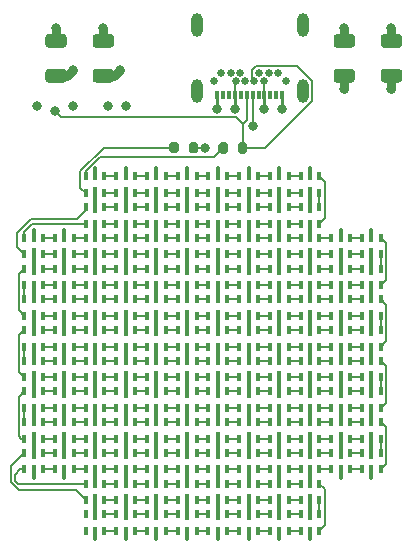
<source format=gbr>
G04 #@! TF.GenerationSoftware,KiCad,Pcbnew,(5.1.9-0-10_14)*
G04 #@! TF.CreationDate,2022-03-05T13:35:39-08:00*
G04 #@! TF.ProjectId,LED_array,4c45445f-6172-4726-9179-2e6b69636164,rev?*
G04 #@! TF.SameCoordinates,Original*
G04 #@! TF.FileFunction,Copper,L1,Top*
G04 #@! TF.FilePolarity,Positive*
%FSLAX46Y46*%
G04 Gerber Fmt 4.6, Leading zero omitted, Abs format (unit mm)*
G04 Created by KiCad (PCBNEW (5.1.9-0-10_14)) date 2022-03-05 13:35:39*
%MOMM*%
%LPD*%
G01*
G04 APERTURE LIST*
G04 #@! TA.AperFunction,SMDPad,CuDef*
%ADD10R,0.350000X0.700000*%
G04 #@! TD*
G04 #@! TA.AperFunction,ComponentPad*
%ADD11C,0.650000*%
G04 #@! TD*
G04 #@! TA.AperFunction,ComponentPad*
%ADD12O,1.000000X2.000000*%
G04 #@! TD*
G04 #@! TA.AperFunction,SMDPad,CuDef*
%ADD13R,0.450000X0.850000*%
G04 #@! TD*
G04 #@! TA.AperFunction,SMDPad,CuDef*
%ADD14R,0.450000X0.650000*%
G04 #@! TD*
G04 #@! TA.AperFunction,ViaPad*
%ADD15C,0.800000*%
G04 #@! TD*
G04 #@! TA.AperFunction,ViaPad*
%ADD16C,0.400000*%
G04 #@! TD*
G04 #@! TA.AperFunction,Conductor*
%ADD17C,0.300000*%
G04 #@! TD*
G04 #@! TA.AperFunction,Conductor*
%ADD18C,0.800000*%
G04 #@! TD*
G04 #@! TA.AperFunction,Conductor*
%ADD19C,0.250000*%
G04 #@! TD*
G04 #@! TA.AperFunction,Conductor*
%ADD20C,0.150000*%
G04 #@! TD*
G04 #@! TA.AperFunction,Conductor*
%ADD21C,0.200000*%
G04 #@! TD*
G04 #@! TA.AperFunction,Conductor*
%ADD22C,0.127000*%
G04 #@! TD*
G04 APERTURE END LIST*
D10*
X66750000Y-28070000D03*
X66250000Y-28070000D03*
X65750000Y-28070000D03*
X65250000Y-28070000D03*
X64750000Y-28070000D03*
X64250000Y-28070000D03*
X63750000Y-28070000D03*
X63250000Y-28070000D03*
X62750000Y-28070000D03*
X62250000Y-28070000D03*
X61750000Y-28070000D03*
X61250000Y-28070000D03*
D11*
X60950000Y-26950000D03*
X61600000Y-26250000D03*
X62400000Y-26250000D03*
X62800000Y-26950000D03*
X63200000Y-26250000D03*
X63600000Y-26950000D03*
X64400000Y-26950000D03*
X64800000Y-26250000D03*
X65200000Y-26950000D03*
X65600000Y-26250000D03*
X66400000Y-26250000D03*
X67050000Y-26950000D03*
D12*
X68500000Y-27750000D03*
X59500000Y-27750000D03*
X68500000Y-22150000D03*
X59500000Y-22150000D03*
D13*
X69100000Y-63700000D03*
D14*
X68300000Y-63600000D03*
X69900000Y-63600000D03*
X69100000Y-65000000D03*
X68300000Y-65000000D03*
X69900000Y-65000000D03*
D13*
X50900000Y-36300000D03*
D14*
X51700000Y-36400000D03*
X50100000Y-36400000D03*
X50900000Y-35000000D03*
X51700000Y-35000000D03*
X50100000Y-35000000D03*
D13*
X53500000Y-36300000D03*
D14*
X54300000Y-36400000D03*
X52700000Y-36400000D03*
X53500000Y-35000000D03*
X54300000Y-35000000D03*
X52700000Y-35000000D03*
D13*
X56100000Y-36300000D03*
D14*
X56900000Y-36400000D03*
X55300000Y-36400000D03*
X56100000Y-35000000D03*
X56900000Y-35000000D03*
X55300000Y-35000000D03*
D13*
X58700000Y-36300000D03*
D14*
X59500000Y-36400000D03*
X57900000Y-36400000D03*
X58700000Y-35000000D03*
X59500000Y-35000000D03*
X57900000Y-35000000D03*
D13*
X61300000Y-36300000D03*
D14*
X62100000Y-36400000D03*
X60500000Y-36400000D03*
X61300000Y-35000000D03*
X62100000Y-35000000D03*
X60500000Y-35000000D03*
D13*
X63900000Y-36300000D03*
D14*
X64700000Y-36400000D03*
X63100000Y-36400000D03*
X63900000Y-35000000D03*
X64700000Y-35000000D03*
X63100000Y-35000000D03*
D13*
X66500000Y-36300000D03*
D14*
X67300000Y-36400000D03*
X65700000Y-36400000D03*
X66500000Y-35000000D03*
X67300000Y-35000000D03*
X65700000Y-35000000D03*
D13*
X69100000Y-36300000D03*
D14*
X69900000Y-36400000D03*
X68300000Y-36400000D03*
X69100000Y-35000000D03*
X69900000Y-35000000D03*
X68300000Y-35000000D03*
D13*
X69100000Y-37700000D03*
D14*
X68300000Y-37600000D03*
X69900000Y-37600000D03*
X69100000Y-39000000D03*
X68300000Y-39000000D03*
X69900000Y-39000000D03*
D13*
X66500000Y-37700000D03*
D14*
X65700000Y-37600000D03*
X67300000Y-37600000D03*
X66500000Y-39000000D03*
X65700000Y-39000000D03*
X67300000Y-39000000D03*
D13*
X63900000Y-37700000D03*
D14*
X63100000Y-37600000D03*
X64700000Y-37600000D03*
X63900000Y-39000000D03*
X63100000Y-39000000D03*
X64700000Y-39000000D03*
D13*
X61300000Y-37700000D03*
D14*
X60500000Y-37600000D03*
X62100000Y-37600000D03*
X61300000Y-39000000D03*
X60500000Y-39000000D03*
X62100000Y-39000000D03*
D13*
X58700000Y-37700000D03*
D14*
X57900000Y-37600000D03*
X59500000Y-37600000D03*
X58700000Y-39000000D03*
X57900000Y-39000000D03*
X59500000Y-39000000D03*
D13*
X56100000Y-37700000D03*
D14*
X55300000Y-37600000D03*
X56900000Y-37600000D03*
X56100000Y-39000000D03*
X55300000Y-39000000D03*
X56900000Y-39000000D03*
D13*
X53500000Y-37700000D03*
D14*
X52700000Y-37600000D03*
X54300000Y-37600000D03*
X53500000Y-39000000D03*
X52700000Y-39000000D03*
X54300000Y-39000000D03*
D13*
X50900000Y-37700000D03*
D14*
X50100000Y-37600000D03*
X51700000Y-37600000D03*
X50900000Y-39000000D03*
X50100000Y-39000000D03*
X51700000Y-39000000D03*
D13*
X45700000Y-41500000D03*
D14*
X46500000Y-41600000D03*
X44900000Y-41600000D03*
X45700000Y-40200000D03*
X46500000Y-40200000D03*
X44900000Y-40200000D03*
D13*
X48300000Y-41500000D03*
D14*
X49100000Y-41600000D03*
X47500000Y-41600000D03*
X48300000Y-40200000D03*
X49100000Y-40200000D03*
X47500000Y-40200000D03*
D13*
X50900000Y-41500000D03*
D14*
X51700000Y-41600000D03*
X50100000Y-41600000D03*
X50900000Y-40200000D03*
X51700000Y-40200000D03*
X50100000Y-40200000D03*
D13*
X53500000Y-41500000D03*
D14*
X54300000Y-41600000D03*
X52700000Y-41600000D03*
X53500000Y-40200000D03*
X54300000Y-40200000D03*
X52700000Y-40200000D03*
D13*
X56100000Y-41500000D03*
D14*
X56900000Y-41600000D03*
X55300000Y-41600000D03*
X56100000Y-40200000D03*
X56900000Y-40200000D03*
X55300000Y-40200000D03*
D13*
X58700000Y-41500000D03*
D14*
X59500000Y-41600000D03*
X57900000Y-41600000D03*
X58700000Y-40200000D03*
X59500000Y-40200000D03*
X57900000Y-40200000D03*
D13*
X61300000Y-41500000D03*
D14*
X62100000Y-41600000D03*
X60500000Y-41600000D03*
X61300000Y-40200000D03*
X62100000Y-40200000D03*
X60500000Y-40200000D03*
D13*
X63900000Y-41500000D03*
D14*
X64700000Y-41600000D03*
X63100000Y-41600000D03*
X63900000Y-40200000D03*
X64700000Y-40200000D03*
X63100000Y-40200000D03*
D13*
X66500000Y-41500000D03*
D14*
X67300000Y-41600000D03*
X65700000Y-41600000D03*
X66500000Y-40200000D03*
X67300000Y-40200000D03*
X65700000Y-40200000D03*
D13*
X69100000Y-41500000D03*
D14*
X69900000Y-41600000D03*
X68300000Y-41600000D03*
X69100000Y-40200000D03*
X69900000Y-40200000D03*
X68300000Y-40200000D03*
D13*
X71700000Y-41500000D03*
D14*
X72500000Y-41600000D03*
X70900000Y-41600000D03*
X71700000Y-40200000D03*
X72500000Y-40200000D03*
X70900000Y-40200000D03*
D13*
X74300000Y-41500000D03*
D14*
X75100000Y-41600000D03*
X73500000Y-41600000D03*
X74300000Y-40200000D03*
X75100000Y-40200000D03*
X73500000Y-40200000D03*
D13*
X74300000Y-42900000D03*
D14*
X73500000Y-42800000D03*
X75100000Y-42800000D03*
X74300000Y-44200000D03*
X73500000Y-44200000D03*
X75100000Y-44200000D03*
D13*
X71700000Y-42900000D03*
D14*
X70900000Y-42800000D03*
X72500000Y-42800000D03*
X71700000Y-44200000D03*
X70900000Y-44200000D03*
X72500000Y-44200000D03*
D13*
X69100000Y-42900000D03*
D14*
X68300000Y-42800000D03*
X69900000Y-42800000D03*
X69100000Y-44200000D03*
X68300000Y-44200000D03*
X69900000Y-44200000D03*
D13*
X66500000Y-42900000D03*
D14*
X65700000Y-42800000D03*
X67300000Y-42800000D03*
X66500000Y-44200000D03*
X65700000Y-44200000D03*
X67300000Y-44200000D03*
D13*
X63900000Y-42900000D03*
D14*
X63100000Y-42800000D03*
X64700000Y-42800000D03*
X63900000Y-44200000D03*
X63100000Y-44200000D03*
X64700000Y-44200000D03*
D13*
X61300000Y-42900000D03*
D14*
X60500000Y-42800000D03*
X62100000Y-42800000D03*
X61300000Y-44200000D03*
X60500000Y-44200000D03*
X62100000Y-44200000D03*
D13*
X58700000Y-42900000D03*
D14*
X57900000Y-42800000D03*
X59500000Y-42800000D03*
X58700000Y-44200000D03*
X57900000Y-44200000D03*
X59500000Y-44200000D03*
D13*
X56100000Y-42900000D03*
D14*
X55300000Y-42800000D03*
X56900000Y-42800000D03*
X56100000Y-44200000D03*
X55300000Y-44200000D03*
X56900000Y-44200000D03*
D13*
X53500000Y-42900000D03*
D14*
X52700000Y-42800000D03*
X54300000Y-42800000D03*
X53500000Y-44200000D03*
X52700000Y-44200000D03*
X54300000Y-44200000D03*
D13*
X50900000Y-42900000D03*
D14*
X50100000Y-42800000D03*
X51700000Y-42800000D03*
X50900000Y-44200000D03*
X50100000Y-44200000D03*
X51700000Y-44200000D03*
D13*
X48300000Y-42900000D03*
D14*
X47500000Y-42800000D03*
X49100000Y-42800000D03*
X48300000Y-44200000D03*
X47500000Y-44200000D03*
X49100000Y-44200000D03*
D13*
X45700000Y-42900000D03*
D14*
X44900000Y-42800000D03*
X46500000Y-42800000D03*
X45700000Y-44200000D03*
X44900000Y-44200000D03*
X46500000Y-44200000D03*
D13*
X45700000Y-46700000D03*
D14*
X46500000Y-46800000D03*
X44900000Y-46800000D03*
X45700000Y-45400000D03*
X46500000Y-45400000D03*
X44900000Y-45400000D03*
D13*
X48300000Y-46700000D03*
D14*
X49100000Y-46800000D03*
X47500000Y-46800000D03*
X48300000Y-45400000D03*
X49100000Y-45400000D03*
X47500000Y-45400000D03*
D13*
X50900000Y-46700000D03*
D14*
X51700000Y-46800000D03*
X50100000Y-46800000D03*
X50900000Y-45400000D03*
X51700000Y-45400000D03*
X50100000Y-45400000D03*
D13*
X53500000Y-46700000D03*
D14*
X54300000Y-46800000D03*
X52700000Y-46800000D03*
X53500000Y-45400000D03*
X54300000Y-45400000D03*
X52700000Y-45400000D03*
D13*
X56100000Y-46700000D03*
D14*
X56900000Y-46800000D03*
X55300000Y-46800000D03*
X56100000Y-45400000D03*
X56900000Y-45400000D03*
X55300000Y-45400000D03*
D13*
X58700000Y-46700000D03*
D14*
X59500000Y-46800000D03*
X57900000Y-46800000D03*
X58700000Y-45400000D03*
X59500000Y-45400000D03*
X57900000Y-45400000D03*
D13*
X61300000Y-46700000D03*
D14*
X62100000Y-46800000D03*
X60500000Y-46800000D03*
X61300000Y-45400000D03*
X62100000Y-45400000D03*
X60500000Y-45400000D03*
D13*
X63900000Y-46700000D03*
D14*
X64700000Y-46800000D03*
X63100000Y-46800000D03*
X63900000Y-45400000D03*
X64700000Y-45400000D03*
X63100000Y-45400000D03*
D13*
X66500000Y-46700000D03*
D14*
X67300000Y-46800000D03*
X65700000Y-46800000D03*
X66500000Y-45400000D03*
X67300000Y-45400000D03*
X65700000Y-45400000D03*
D13*
X69100000Y-46700000D03*
D14*
X69900000Y-46800000D03*
X68300000Y-46800000D03*
X69100000Y-45400000D03*
X69900000Y-45400000D03*
X68300000Y-45400000D03*
D13*
X71700000Y-46700000D03*
D14*
X72500000Y-46800000D03*
X70900000Y-46800000D03*
X71700000Y-45400000D03*
X72500000Y-45400000D03*
X70900000Y-45400000D03*
D13*
X74300000Y-46700000D03*
D14*
X75100000Y-46800000D03*
X73500000Y-46800000D03*
X74300000Y-45400000D03*
X75100000Y-45400000D03*
X73500000Y-45400000D03*
D13*
X74300000Y-48100000D03*
D14*
X73500000Y-48000000D03*
X75100000Y-48000000D03*
X74300000Y-49400000D03*
X73500000Y-49400000D03*
X75100000Y-49400000D03*
D13*
X71700000Y-48100000D03*
D14*
X70900000Y-48000000D03*
X72500000Y-48000000D03*
X71700000Y-49400000D03*
X70900000Y-49400000D03*
X72500000Y-49400000D03*
D13*
X69100000Y-48100000D03*
D14*
X68300000Y-48000000D03*
X69900000Y-48000000D03*
X69100000Y-49400000D03*
X68300000Y-49400000D03*
X69900000Y-49400000D03*
D13*
X66500000Y-48100000D03*
D14*
X65700000Y-48000000D03*
X67300000Y-48000000D03*
X66500000Y-49400000D03*
X65700000Y-49400000D03*
X67300000Y-49400000D03*
D13*
X63900000Y-48100000D03*
D14*
X63100000Y-48000000D03*
X64700000Y-48000000D03*
X63900000Y-49400000D03*
X63100000Y-49400000D03*
X64700000Y-49400000D03*
D13*
X61300000Y-48100000D03*
D14*
X60500000Y-48000000D03*
X62100000Y-48000000D03*
X61300000Y-49400000D03*
X60500000Y-49400000D03*
X62100000Y-49400000D03*
D13*
X58700000Y-48100000D03*
D14*
X57900000Y-48000000D03*
X59500000Y-48000000D03*
X58700000Y-49400000D03*
X57900000Y-49400000D03*
X59500000Y-49400000D03*
D13*
X56100000Y-48100000D03*
D14*
X55300000Y-48000000D03*
X56900000Y-48000000D03*
X56100000Y-49400000D03*
X55300000Y-49400000D03*
X56900000Y-49400000D03*
D13*
X53500000Y-48100000D03*
D14*
X52700000Y-48000000D03*
X54300000Y-48000000D03*
X53500000Y-49400000D03*
X52700000Y-49400000D03*
X54300000Y-49400000D03*
D13*
X50900000Y-48100000D03*
D14*
X50100000Y-48000000D03*
X51700000Y-48000000D03*
X50900000Y-49400000D03*
X50100000Y-49400000D03*
X51700000Y-49400000D03*
D13*
X48300000Y-48100000D03*
D14*
X47500000Y-48000000D03*
X49100000Y-48000000D03*
X48300000Y-49400000D03*
X47500000Y-49400000D03*
X49100000Y-49400000D03*
D13*
X45700000Y-48100000D03*
D14*
X44900000Y-48000000D03*
X46500000Y-48000000D03*
X45700000Y-49400000D03*
X44900000Y-49400000D03*
X46500000Y-49400000D03*
D13*
X45700000Y-51900000D03*
D14*
X46500000Y-52000000D03*
X44900000Y-52000000D03*
X45700000Y-50600000D03*
X46500000Y-50600000D03*
X44900000Y-50600000D03*
D13*
X48300000Y-51900000D03*
D14*
X49100000Y-52000000D03*
X47500000Y-52000000D03*
X48300000Y-50600000D03*
X49100000Y-50600000D03*
X47500000Y-50600000D03*
D13*
X50900000Y-51900000D03*
D14*
X51700000Y-52000000D03*
X50100000Y-52000000D03*
X50900000Y-50600000D03*
X51700000Y-50600000D03*
X50100000Y-50600000D03*
D13*
X53500000Y-51900000D03*
D14*
X54300000Y-52000000D03*
X52700000Y-52000000D03*
X53500000Y-50600000D03*
X54300000Y-50600000D03*
X52700000Y-50600000D03*
D13*
X56100000Y-51900000D03*
D14*
X56900000Y-52000000D03*
X55300000Y-52000000D03*
X56100000Y-50600000D03*
X56900000Y-50600000D03*
X55300000Y-50600000D03*
D13*
X58700000Y-51900000D03*
D14*
X59500000Y-52000000D03*
X57900000Y-52000000D03*
X58700000Y-50600000D03*
X59500000Y-50600000D03*
X57900000Y-50600000D03*
D13*
X61300000Y-51900000D03*
D14*
X62100000Y-52000000D03*
X60500000Y-52000000D03*
X61300000Y-50600000D03*
X62100000Y-50600000D03*
X60500000Y-50600000D03*
D13*
X63900000Y-51900000D03*
D14*
X64700000Y-52000000D03*
X63100000Y-52000000D03*
X63900000Y-50600000D03*
X64700000Y-50600000D03*
X63100000Y-50600000D03*
D13*
X66500000Y-51900000D03*
D14*
X67300000Y-52000000D03*
X65700000Y-52000000D03*
X66500000Y-50600000D03*
X67300000Y-50600000D03*
X65700000Y-50600000D03*
D13*
X69100000Y-51900000D03*
D14*
X69900000Y-52000000D03*
X68300000Y-52000000D03*
X69100000Y-50600000D03*
X69900000Y-50600000D03*
X68300000Y-50600000D03*
D13*
X71700000Y-51900000D03*
D14*
X72500000Y-52000000D03*
X70900000Y-52000000D03*
X71700000Y-50600000D03*
X72500000Y-50600000D03*
X70900000Y-50600000D03*
D13*
X74300000Y-51900000D03*
D14*
X75100000Y-52000000D03*
X73500000Y-52000000D03*
X74300000Y-50600000D03*
X75100000Y-50600000D03*
X73500000Y-50600000D03*
D13*
X74300000Y-53300000D03*
D14*
X73500000Y-53200000D03*
X75100000Y-53200000D03*
X74300000Y-54600000D03*
X73500000Y-54600000D03*
X75100000Y-54600000D03*
D13*
X71700000Y-53300000D03*
D14*
X70900000Y-53200000D03*
X72500000Y-53200000D03*
X71700000Y-54600000D03*
X70900000Y-54600000D03*
X72500000Y-54600000D03*
D13*
X69100000Y-53300000D03*
D14*
X68300000Y-53200000D03*
X69900000Y-53200000D03*
X69100000Y-54600000D03*
X68300000Y-54600000D03*
X69900000Y-54600000D03*
D13*
X66500000Y-53300000D03*
D14*
X65700000Y-53200000D03*
X67300000Y-53200000D03*
X66500000Y-54600000D03*
X65700000Y-54600000D03*
X67300000Y-54600000D03*
D13*
X63900000Y-53300000D03*
D14*
X63100000Y-53200000D03*
X64700000Y-53200000D03*
X63900000Y-54600000D03*
X63100000Y-54600000D03*
X64700000Y-54600000D03*
D13*
X61300000Y-53300000D03*
D14*
X60500000Y-53200000D03*
X62100000Y-53200000D03*
X61300000Y-54600000D03*
X60500000Y-54600000D03*
X62100000Y-54600000D03*
D13*
X58700000Y-53300000D03*
D14*
X57900000Y-53200000D03*
X59500000Y-53200000D03*
X58700000Y-54600000D03*
X57900000Y-54600000D03*
X59500000Y-54600000D03*
D13*
X56100000Y-53300000D03*
D14*
X55300000Y-53200000D03*
X56900000Y-53200000D03*
X56100000Y-54600000D03*
X55300000Y-54600000D03*
X56900000Y-54600000D03*
D13*
X53500000Y-53300000D03*
D14*
X52700000Y-53200000D03*
X54300000Y-53200000D03*
X53500000Y-54600000D03*
X52700000Y-54600000D03*
X54300000Y-54600000D03*
D13*
X50900000Y-53300000D03*
D14*
X50100000Y-53200000D03*
X51700000Y-53200000D03*
X50900000Y-54600000D03*
X50100000Y-54600000D03*
X51700000Y-54600000D03*
D13*
X48300000Y-53300000D03*
D14*
X47500000Y-53200000D03*
X49100000Y-53200000D03*
X48300000Y-54600000D03*
X47500000Y-54600000D03*
X49100000Y-54600000D03*
D13*
X45700000Y-53300000D03*
D14*
X44900000Y-53200000D03*
X46500000Y-53200000D03*
X45700000Y-54600000D03*
X44900000Y-54600000D03*
X46500000Y-54600000D03*
D13*
X45700000Y-57100000D03*
D14*
X46500000Y-57200000D03*
X44900000Y-57200000D03*
X45700000Y-55800000D03*
X46500000Y-55800000D03*
X44900000Y-55800000D03*
D13*
X48300000Y-57100000D03*
D14*
X49100000Y-57200000D03*
X47500000Y-57200000D03*
X48300000Y-55800000D03*
X49100000Y-55800000D03*
X47500000Y-55800000D03*
D13*
X50900000Y-57100000D03*
D14*
X51700000Y-57200000D03*
X50100000Y-57200000D03*
X50900000Y-55800000D03*
X51700000Y-55800000D03*
X50100000Y-55800000D03*
D13*
X53500000Y-57100000D03*
D14*
X54300000Y-57200000D03*
X52700000Y-57200000D03*
X53500000Y-55800000D03*
X54300000Y-55800000D03*
X52700000Y-55800000D03*
D13*
X56100000Y-57100000D03*
D14*
X56900000Y-57200000D03*
X55300000Y-57200000D03*
X56100000Y-55800000D03*
X56900000Y-55800000D03*
X55300000Y-55800000D03*
D13*
X58700000Y-57100000D03*
D14*
X59500000Y-57200000D03*
X57900000Y-57200000D03*
X58700000Y-55800000D03*
X59500000Y-55800000D03*
X57900000Y-55800000D03*
D13*
X61300000Y-57100000D03*
D14*
X62100000Y-57200000D03*
X60500000Y-57200000D03*
X61300000Y-55800000D03*
X62100000Y-55800000D03*
X60500000Y-55800000D03*
D13*
X63900000Y-57100000D03*
D14*
X64700000Y-57200000D03*
X63100000Y-57200000D03*
X63900000Y-55800000D03*
X64700000Y-55800000D03*
X63100000Y-55800000D03*
D13*
X66500000Y-57100000D03*
D14*
X67300000Y-57200000D03*
X65700000Y-57200000D03*
X66500000Y-55800000D03*
X67300000Y-55800000D03*
X65700000Y-55800000D03*
D13*
X69100000Y-57100000D03*
D14*
X69900000Y-57200000D03*
X68300000Y-57200000D03*
X69100000Y-55800000D03*
X69900000Y-55800000D03*
X68300000Y-55800000D03*
D13*
X71700000Y-57100000D03*
D14*
X72500000Y-57200000D03*
X70900000Y-57200000D03*
X71700000Y-55800000D03*
X72500000Y-55800000D03*
X70900000Y-55800000D03*
D13*
X74300000Y-57100000D03*
D14*
X75100000Y-57200000D03*
X73500000Y-57200000D03*
X74300000Y-55800000D03*
X75100000Y-55800000D03*
X73500000Y-55800000D03*
D13*
X74300000Y-58500000D03*
D14*
X73500000Y-58400000D03*
X75100000Y-58400000D03*
X74300000Y-59800000D03*
X73500000Y-59800000D03*
X75100000Y-59800000D03*
D13*
X71700000Y-58500000D03*
D14*
X70900000Y-58400000D03*
X72500000Y-58400000D03*
X71700000Y-59800000D03*
X70900000Y-59800000D03*
X72500000Y-59800000D03*
D13*
X69100000Y-58500000D03*
D14*
X68300000Y-58400000D03*
X69900000Y-58400000D03*
X69100000Y-59800000D03*
X68300000Y-59800000D03*
X69900000Y-59800000D03*
D13*
X66500000Y-58500000D03*
D14*
X65700000Y-58400000D03*
X67300000Y-58400000D03*
X66500000Y-59800000D03*
X65700000Y-59800000D03*
X67300000Y-59800000D03*
D13*
X63900000Y-58500000D03*
D14*
X63100000Y-58400000D03*
X64700000Y-58400000D03*
X63900000Y-59800000D03*
X63100000Y-59800000D03*
X64700000Y-59800000D03*
D13*
X61300000Y-58500000D03*
D14*
X60500000Y-58400000D03*
X62100000Y-58400000D03*
X61300000Y-59800000D03*
X60500000Y-59800000D03*
X62100000Y-59800000D03*
D13*
X58700000Y-58500000D03*
D14*
X57900000Y-58400000D03*
X59500000Y-58400000D03*
X58700000Y-59800000D03*
X57900000Y-59800000D03*
X59500000Y-59800000D03*
D13*
X56100000Y-58500000D03*
D14*
X55300000Y-58400000D03*
X56900000Y-58400000D03*
X56100000Y-59800000D03*
X55300000Y-59800000D03*
X56900000Y-59800000D03*
D13*
X53500000Y-58500000D03*
D14*
X52700000Y-58400000D03*
X54300000Y-58400000D03*
X53500000Y-59800000D03*
X52700000Y-59800000D03*
X54300000Y-59800000D03*
D13*
X50900000Y-58500000D03*
D14*
X50100000Y-58400000D03*
X51700000Y-58400000D03*
X50900000Y-59800000D03*
X50100000Y-59800000D03*
X51700000Y-59800000D03*
D13*
X48300000Y-58500000D03*
D14*
X47500000Y-58400000D03*
X49100000Y-58400000D03*
X48300000Y-59800000D03*
X47500000Y-59800000D03*
X49100000Y-59800000D03*
D13*
X45700000Y-58500000D03*
D14*
X44900000Y-58400000D03*
X46500000Y-58400000D03*
X45700000Y-59800000D03*
X44900000Y-59800000D03*
X46500000Y-59800000D03*
D13*
X50900000Y-62300000D03*
D14*
X51700000Y-62400000D03*
X50100000Y-62400000D03*
X50900000Y-61000000D03*
X51700000Y-61000000D03*
X50100000Y-61000000D03*
D13*
X53500000Y-62300000D03*
D14*
X54300000Y-62400000D03*
X52700000Y-62400000D03*
X53500000Y-61000000D03*
X54300000Y-61000000D03*
X52700000Y-61000000D03*
D13*
X56100000Y-62300000D03*
D14*
X56900000Y-62400000D03*
X55300000Y-62400000D03*
X56100000Y-61000000D03*
X56900000Y-61000000D03*
X55300000Y-61000000D03*
D13*
X58700000Y-62300000D03*
D14*
X59500000Y-62400000D03*
X57900000Y-62400000D03*
X58700000Y-61000000D03*
X59500000Y-61000000D03*
X57900000Y-61000000D03*
D13*
X61300000Y-62300000D03*
D14*
X62100000Y-62400000D03*
X60500000Y-62400000D03*
X61300000Y-61000000D03*
X62100000Y-61000000D03*
X60500000Y-61000000D03*
D13*
X63900000Y-62300000D03*
D14*
X64700000Y-62400000D03*
X63100000Y-62400000D03*
X63900000Y-61000000D03*
X64700000Y-61000000D03*
X63100000Y-61000000D03*
D13*
X66500000Y-62300000D03*
D14*
X67300000Y-62400000D03*
X65700000Y-62400000D03*
X66500000Y-61000000D03*
X67300000Y-61000000D03*
X65700000Y-61000000D03*
D13*
X69100000Y-62300000D03*
D14*
X69900000Y-62400000D03*
X68300000Y-62400000D03*
X69100000Y-61000000D03*
X69900000Y-61000000D03*
X68300000Y-61000000D03*
D13*
X66500000Y-63700000D03*
D14*
X65700000Y-63600000D03*
X67300000Y-63600000D03*
X66500000Y-65000000D03*
X65700000Y-65000000D03*
X67300000Y-65000000D03*
D13*
X63900000Y-63700000D03*
D14*
X63100000Y-63600000D03*
X64700000Y-63600000D03*
X63900000Y-65000000D03*
X63100000Y-65000000D03*
X64700000Y-65000000D03*
D13*
X61300000Y-63700000D03*
D14*
X60500000Y-63600000D03*
X62100000Y-63600000D03*
X61300000Y-65000000D03*
X60500000Y-65000000D03*
X62100000Y-65000000D03*
D13*
X58700000Y-63700000D03*
D14*
X57900000Y-63600000D03*
X59500000Y-63600000D03*
X58700000Y-65000000D03*
X57900000Y-65000000D03*
X59500000Y-65000000D03*
D13*
X56100000Y-63700000D03*
D14*
X55300000Y-63600000D03*
X56900000Y-63600000D03*
X56100000Y-65000000D03*
X55300000Y-65000000D03*
X56900000Y-65000000D03*
D13*
X53500000Y-63700000D03*
D14*
X52700000Y-63600000D03*
X54300000Y-63600000D03*
X53500000Y-65000000D03*
X52700000Y-65000000D03*
X54300000Y-65000000D03*
X51700000Y-65000000D03*
X50100000Y-65000000D03*
X50900000Y-65000000D03*
X51700000Y-63600000D03*
X50100000Y-63600000D03*
D13*
X50900000Y-63700000D03*
G04 #@! TA.AperFunction,SMDPad,CuDef*
G36*
G01*
X52250001Y-24100000D02*
X50949999Y-24100000D01*
G75*
G02*
X50700000Y-23850001I0J249999D01*
G01*
X50700000Y-23199999D01*
G75*
G02*
X50949999Y-22950000I249999J0D01*
G01*
X52250001Y-22950000D01*
G75*
G02*
X52500000Y-23199999I0J-249999D01*
G01*
X52500000Y-23850001D01*
G75*
G02*
X52250001Y-24100000I-249999J0D01*
G01*
G37*
G04 #@! TD.AperFunction*
G04 #@! TA.AperFunction,SMDPad,CuDef*
G36*
G01*
X52250001Y-27050000D02*
X50949999Y-27050000D01*
G75*
G02*
X50700000Y-26800001I0J249999D01*
G01*
X50700000Y-26149999D01*
G75*
G02*
X50949999Y-25900000I249999J0D01*
G01*
X52250001Y-25900000D01*
G75*
G02*
X52500000Y-26149999I0J-249999D01*
G01*
X52500000Y-26800001D01*
G75*
G02*
X52250001Y-27050000I-249999J0D01*
G01*
G37*
G04 #@! TD.AperFunction*
G04 #@! TA.AperFunction,SMDPad,CuDef*
G36*
G01*
X76650001Y-24100000D02*
X75349999Y-24100000D01*
G75*
G02*
X75100000Y-23850001I0J249999D01*
G01*
X75100000Y-23199999D01*
G75*
G02*
X75349999Y-22950000I249999J0D01*
G01*
X76650001Y-22950000D01*
G75*
G02*
X76900000Y-23199999I0J-249999D01*
G01*
X76900000Y-23850001D01*
G75*
G02*
X76650001Y-24100000I-249999J0D01*
G01*
G37*
G04 #@! TD.AperFunction*
G04 #@! TA.AperFunction,SMDPad,CuDef*
G36*
G01*
X76650001Y-27050000D02*
X75349999Y-27050000D01*
G75*
G02*
X75100000Y-26800001I0J249999D01*
G01*
X75100000Y-26149999D01*
G75*
G02*
X75349999Y-25900000I249999J0D01*
G01*
X76650001Y-25900000D01*
G75*
G02*
X76900000Y-26149999I0J-249999D01*
G01*
X76900000Y-26800001D01*
G75*
G02*
X76650001Y-27050000I-249999J0D01*
G01*
G37*
G04 #@! TD.AperFunction*
G04 #@! TA.AperFunction,SMDPad,CuDef*
G36*
G01*
X48250001Y-24100000D02*
X46949999Y-24100000D01*
G75*
G02*
X46700000Y-23850001I0J249999D01*
G01*
X46700000Y-23199999D01*
G75*
G02*
X46949999Y-22950000I249999J0D01*
G01*
X48250001Y-22950000D01*
G75*
G02*
X48500000Y-23199999I0J-249999D01*
G01*
X48500000Y-23850001D01*
G75*
G02*
X48250001Y-24100000I-249999J0D01*
G01*
G37*
G04 #@! TD.AperFunction*
G04 #@! TA.AperFunction,SMDPad,CuDef*
G36*
G01*
X48250001Y-27050000D02*
X46949999Y-27050000D01*
G75*
G02*
X46700000Y-26800001I0J249999D01*
G01*
X46700000Y-26149999D01*
G75*
G02*
X46949999Y-25900000I249999J0D01*
G01*
X48250001Y-25900000D01*
G75*
G02*
X48500000Y-26149999I0J-249999D01*
G01*
X48500000Y-26800001D01*
G75*
G02*
X48250001Y-27050000I-249999J0D01*
G01*
G37*
G04 #@! TD.AperFunction*
G04 #@! TA.AperFunction,SMDPad,CuDef*
G36*
G01*
X72650001Y-24100000D02*
X71349999Y-24100000D01*
G75*
G02*
X71100000Y-23850001I0J249999D01*
G01*
X71100000Y-23199999D01*
G75*
G02*
X71349999Y-22950000I249999J0D01*
G01*
X72650001Y-22950000D01*
G75*
G02*
X72900000Y-23199999I0J-249999D01*
G01*
X72900000Y-23850001D01*
G75*
G02*
X72650001Y-24100000I-249999J0D01*
G01*
G37*
G04 #@! TD.AperFunction*
G04 #@! TA.AperFunction,SMDPad,CuDef*
G36*
G01*
X72650001Y-27050000D02*
X71349999Y-27050000D01*
G75*
G02*
X71100000Y-26800001I0J249999D01*
G01*
X71100000Y-26149999D01*
G75*
G02*
X71349999Y-25900000I249999J0D01*
G01*
X72650001Y-25900000D01*
G75*
G02*
X72900000Y-26149999I0J-249999D01*
G01*
X72900000Y-26800001D01*
G75*
G02*
X72650001Y-27050000I-249999J0D01*
G01*
G37*
G04 #@! TD.AperFunction*
G04 #@! TA.AperFunction,SMDPad,CuDef*
G36*
G01*
X63005000Y-32865000D02*
X63005000Y-32315000D01*
G75*
G02*
X63205000Y-32115000I200000J0D01*
G01*
X63605000Y-32115000D01*
G75*
G02*
X63805000Y-32315000I0J-200000D01*
G01*
X63805000Y-32865000D01*
G75*
G02*
X63605000Y-33065000I-200000J0D01*
G01*
X63205000Y-33065000D01*
G75*
G02*
X63005000Y-32865000I0J200000D01*
G01*
G37*
G04 #@! TD.AperFunction*
G04 #@! TA.AperFunction,SMDPad,CuDef*
G36*
G01*
X61355000Y-32865000D02*
X61355000Y-32315000D01*
G75*
G02*
X61555000Y-32115000I200000J0D01*
G01*
X61955000Y-32115000D01*
G75*
G02*
X62155000Y-32315000I0J-200000D01*
G01*
X62155000Y-32865000D01*
G75*
G02*
X61955000Y-33065000I-200000J0D01*
G01*
X61555000Y-33065000D01*
G75*
G02*
X61355000Y-32865000I0J200000D01*
G01*
G37*
G04 #@! TD.AperFunction*
G04 #@! TA.AperFunction,SMDPad,CuDef*
G36*
G01*
X58845000Y-32845000D02*
X58845000Y-32295000D01*
G75*
G02*
X59045000Y-32095000I200000J0D01*
G01*
X59445000Y-32095000D01*
G75*
G02*
X59645000Y-32295000I0J-200000D01*
G01*
X59645000Y-32845000D01*
G75*
G02*
X59445000Y-33045000I-200000J0D01*
G01*
X59045000Y-33045000D01*
G75*
G02*
X58845000Y-32845000I0J200000D01*
G01*
G37*
G04 #@! TD.AperFunction*
G04 #@! TA.AperFunction,SMDPad,CuDef*
G36*
G01*
X57195000Y-32845000D02*
X57195000Y-32295000D01*
G75*
G02*
X57395000Y-32095000I200000J0D01*
G01*
X57795000Y-32095000D01*
G75*
G02*
X57995000Y-32295000I0J-200000D01*
G01*
X57995000Y-32845000D01*
G75*
G02*
X57795000Y-33045000I-200000J0D01*
G01*
X57395000Y-33045000D01*
G75*
G02*
X57195000Y-32845000I0J200000D01*
G01*
G37*
G04 #@! TD.AperFunction*
D15*
X66750000Y-29250000D03*
X76000000Y-22400000D03*
X72000000Y-22400000D03*
X47600000Y-22400000D03*
X51600000Y-22400000D03*
X52000000Y-29000000D03*
X49000000Y-29000000D03*
X46000000Y-29000000D03*
D16*
X71700000Y-39600000D03*
X45700000Y-39600000D03*
X50900000Y-34400000D03*
X53500000Y-34400000D03*
X56100000Y-34400000D03*
X58700000Y-34400000D03*
X61300000Y-34400000D03*
X63900000Y-34400000D03*
X66500000Y-34400000D03*
X69100000Y-34400000D03*
X50900000Y-39600000D03*
X53500000Y-39600000D03*
X56100000Y-39600000D03*
X58700000Y-39600000D03*
X61300000Y-39600000D03*
X63900000Y-39600000D03*
X66500000Y-39600000D03*
X69100000Y-39600000D03*
X50900000Y-44800000D03*
X53500000Y-44800000D03*
X56100000Y-44800000D03*
X58700000Y-44800000D03*
X61300000Y-44800000D03*
X63900000Y-44800000D03*
X66500000Y-44800000D03*
X69100000Y-44800000D03*
X50900000Y-50000000D03*
X53500000Y-50000000D03*
X56100000Y-50000000D03*
X58700000Y-50000000D03*
X61300000Y-50000000D03*
X63900000Y-50000000D03*
X66500000Y-50000000D03*
X69100000Y-50000000D03*
X50900000Y-55200000D03*
X53500000Y-55200000D03*
X56100000Y-55200000D03*
X58700000Y-55200000D03*
X61300000Y-55200000D03*
X63900000Y-55200000D03*
X66500000Y-55200000D03*
X69100000Y-55200000D03*
X50900000Y-60400000D03*
X53500000Y-60400000D03*
X56100000Y-60400000D03*
X58700000Y-60400000D03*
X61300000Y-60400000D03*
X63900000Y-60400000D03*
X66500000Y-60400000D03*
X69100000Y-60400000D03*
X50900000Y-65600000D03*
X53500000Y-65600000D03*
X56100000Y-65600000D03*
X58700000Y-65600000D03*
X61300000Y-65600000D03*
X63900000Y-65600000D03*
X66500000Y-65600000D03*
X69100000Y-65600000D03*
X48300000Y-39600000D03*
X45700000Y-44800000D03*
X48300000Y-44800000D03*
X45700000Y-50000000D03*
X48300000Y-50000000D03*
X45700000Y-55200000D03*
X48300000Y-55200000D03*
X45700000Y-60400000D03*
X48300000Y-60400000D03*
X74300000Y-39600000D03*
X71700000Y-44800000D03*
X74300000Y-44800000D03*
X71700000Y-50000000D03*
X74300000Y-50000000D03*
X71700000Y-55200000D03*
X74300000Y-55200000D03*
X71700000Y-60400000D03*
X74300000Y-60400000D03*
D15*
X61250000Y-29250000D03*
X65250000Y-29250000D03*
X62750000Y-29250000D03*
X53500000Y-29000000D03*
D16*
X71700000Y-42200000D03*
X45700000Y-42200000D03*
X50900000Y-37010000D03*
X53500000Y-37010000D03*
X56100000Y-37010000D03*
X58700000Y-37010000D03*
X61300000Y-37010000D03*
X63900000Y-37010000D03*
X66500000Y-37010000D03*
X69100000Y-37010000D03*
X50900000Y-42210000D03*
X53500000Y-42210000D03*
X56100000Y-42210000D03*
X58700000Y-42210000D03*
X61300000Y-42210000D03*
X63900000Y-42210000D03*
X66500000Y-42210000D03*
X69100000Y-42210000D03*
X50900000Y-47410000D03*
X53500000Y-47410000D03*
X56100000Y-47410000D03*
X58700000Y-47410000D03*
X61300000Y-47410000D03*
X63900000Y-47410000D03*
X66500000Y-47410000D03*
X69100000Y-47410000D03*
X50900000Y-52610000D03*
X53500000Y-52610000D03*
X56100000Y-52610000D03*
X58700000Y-52610000D03*
X61300000Y-52610000D03*
X63900000Y-52610000D03*
X66500000Y-52610000D03*
X69100000Y-52610000D03*
X50900000Y-57810000D03*
X53500000Y-57810000D03*
X56100000Y-57810000D03*
X58700000Y-57810000D03*
X61300000Y-57810000D03*
X63900000Y-57810000D03*
X66500000Y-57810000D03*
X69100000Y-57810000D03*
X50900000Y-63010000D03*
X53500000Y-63010000D03*
X56100000Y-63010000D03*
X58700000Y-63010000D03*
X61300000Y-63010000D03*
X63900000Y-63010000D03*
X66500000Y-63010000D03*
X69100000Y-63010000D03*
X48300000Y-42200000D03*
X45700000Y-47400000D03*
X48300000Y-47400000D03*
X45700000Y-52600000D03*
X48300000Y-52600000D03*
X45700000Y-57800000D03*
X48300000Y-57800000D03*
X74300000Y-42200000D03*
X71700000Y-47400000D03*
X74300000Y-47400000D03*
X71700000Y-52600000D03*
X74300000Y-52600000D03*
X71700000Y-57800000D03*
X74300000Y-57800000D03*
D15*
X76000000Y-27600000D03*
X72000000Y-27600000D03*
X53000000Y-26000000D03*
X49000000Y-26000000D03*
X64250000Y-30750000D03*
X60250000Y-32570000D03*
X47500000Y-29500000D03*
D17*
X50900000Y-34300000D02*
X50900000Y-34300000D01*
X53500000Y-34300000D02*
X53500000Y-35000000D01*
X56100000Y-34300000D02*
X56100000Y-35000000D01*
X58700000Y-34300000D02*
X58700000Y-35000000D01*
X61300000Y-34300000D02*
X61300000Y-35000000D01*
X63900000Y-34300000D02*
X63900000Y-35000000D01*
X66500000Y-34300000D02*
X66500000Y-35000000D01*
X69100000Y-34300000D02*
X69100000Y-35000000D01*
X69100000Y-39000000D02*
X69100000Y-39700000D01*
X66500000Y-39000000D02*
X66500000Y-39700000D01*
X63900000Y-39000000D02*
X63900000Y-39700000D01*
X61300000Y-39000000D02*
X61300000Y-39700000D01*
X58700000Y-39000000D02*
X58700000Y-39700000D01*
X56100000Y-39000000D02*
X56100000Y-39700000D01*
X53500000Y-39000000D02*
X53500000Y-39700000D01*
X50900000Y-39000000D02*
X50900000Y-39700000D01*
X45700000Y-39500000D02*
X45700000Y-40200000D01*
X48300000Y-39500000D02*
X48300000Y-40200000D01*
X50900000Y-39500000D02*
X50900000Y-40200000D01*
X53500000Y-39500000D02*
X53500000Y-40200000D01*
X56100000Y-39500000D02*
X56100000Y-40200000D01*
X58700000Y-39500000D02*
X58700000Y-40200000D01*
X61300000Y-39500000D02*
X61300000Y-40200000D01*
X63900000Y-39500000D02*
X63900000Y-40200000D01*
X66500000Y-39500000D02*
X66500000Y-40200000D01*
X69100000Y-39500000D02*
X69100000Y-40200000D01*
X71700000Y-39500000D02*
X71700000Y-40200000D01*
X74300000Y-39500000D02*
X74300000Y-40200000D01*
X74300000Y-44200000D02*
X74300000Y-44900000D01*
X71700000Y-44200000D02*
X71700000Y-44900000D01*
X69100000Y-44200000D02*
X69100000Y-44900000D01*
X66500000Y-44200000D02*
X66500000Y-44900000D01*
X63900000Y-44200000D02*
X63900000Y-44900000D01*
X61300000Y-44200000D02*
X61300000Y-44900000D01*
X58700000Y-44200000D02*
X58700000Y-44900000D01*
X56100000Y-44200000D02*
X56100000Y-44900000D01*
X53500000Y-44200000D02*
X53500000Y-44900000D01*
X50900000Y-44200000D02*
X50900000Y-44900000D01*
X48300000Y-44200000D02*
X48300000Y-44900000D01*
X45700000Y-44200000D02*
X45700000Y-44900000D01*
X45700000Y-44700000D02*
X45700000Y-45400000D01*
X48300000Y-44700000D02*
X48300000Y-45400000D01*
X50900000Y-44700000D02*
X50900000Y-45400000D01*
X53500000Y-44700000D02*
X53500000Y-45400000D01*
X56100000Y-44700000D02*
X56100000Y-45400000D01*
X58700000Y-44700000D02*
X58700000Y-45400000D01*
X61300000Y-44700000D02*
X61300000Y-45400000D01*
X63900000Y-44700000D02*
X63900000Y-45400000D01*
X66500000Y-44700000D02*
X66500000Y-45400000D01*
X69100000Y-44700000D02*
X69100000Y-45400000D01*
X71700000Y-44700000D02*
X71700000Y-45400000D01*
X74300000Y-44700000D02*
X74300000Y-45400000D01*
X74300000Y-49400000D02*
X74300000Y-50100000D01*
X71700000Y-49400000D02*
X71700000Y-50100000D01*
X69100000Y-49400000D02*
X69100000Y-50100000D01*
X66500000Y-49400000D02*
X66500000Y-50100000D01*
X63900000Y-49400000D02*
X63900000Y-50100000D01*
X61300000Y-49400000D02*
X61300000Y-50100000D01*
X58700000Y-49400000D02*
X58700000Y-50100000D01*
X56100000Y-49400000D02*
X56100000Y-50100000D01*
X53500000Y-49400000D02*
X53500000Y-50100000D01*
X50900000Y-49400000D02*
X50900000Y-50100000D01*
X48300000Y-49400000D02*
X48300000Y-50100000D01*
X45700000Y-49400000D02*
X45700000Y-50100000D01*
X45700000Y-49900000D02*
X45700000Y-50600000D01*
X48300000Y-49900000D02*
X48300000Y-50600000D01*
X50900000Y-49900000D02*
X50900000Y-50600000D01*
X53500000Y-49900000D02*
X53500000Y-50600000D01*
X56100000Y-49900000D02*
X56100000Y-50600000D01*
X58700000Y-49900000D02*
X58700000Y-50600000D01*
X61300000Y-49900000D02*
X61300000Y-50600000D01*
X63900000Y-49900000D02*
X63900000Y-50600000D01*
X66500000Y-49900000D02*
X66500000Y-50600000D01*
X69100000Y-49900000D02*
X69100000Y-50600000D01*
X71700000Y-49900000D02*
X71700000Y-50600000D01*
X74300000Y-49900000D02*
X74300000Y-50600000D01*
X74300000Y-54600000D02*
X74300000Y-55300000D01*
X71700000Y-54600000D02*
X71700000Y-55300000D01*
X69100000Y-54600000D02*
X69100000Y-55300000D01*
X66500000Y-54600000D02*
X66500000Y-55300000D01*
X63900000Y-54600000D02*
X63900000Y-55300000D01*
X61300000Y-54600000D02*
X61300000Y-55300000D01*
X58700000Y-54600000D02*
X58700000Y-55300000D01*
X56100000Y-54600000D02*
X56100000Y-55300000D01*
X53500000Y-54600000D02*
X53500000Y-55300000D01*
X50900000Y-54600000D02*
X50900000Y-55300000D01*
X48300000Y-54600000D02*
X48300000Y-55300000D01*
X45700000Y-54600000D02*
X45700000Y-55300000D01*
X45700000Y-55100000D02*
X45700000Y-55800000D01*
X48300000Y-55100000D02*
X48300000Y-55800000D01*
X50900000Y-55100000D02*
X50900000Y-55800000D01*
X53500000Y-55100000D02*
X53500000Y-55800000D01*
X56100000Y-55100000D02*
X56100000Y-55800000D01*
X58700000Y-55100000D02*
X58700000Y-55800000D01*
X61300000Y-55100000D02*
X61300000Y-55800000D01*
X63900000Y-55100000D02*
X63900000Y-55800000D01*
X66500000Y-55100000D02*
X66500000Y-55800000D01*
X69100000Y-55100000D02*
X69100000Y-55800000D01*
X71700000Y-55100000D02*
X71700000Y-55800000D01*
X74300000Y-55100000D02*
X74300000Y-55800000D01*
X74300000Y-59800000D02*
X74300000Y-60500000D01*
X71700000Y-59800000D02*
X71700000Y-60500000D01*
X69100000Y-59800000D02*
X69100000Y-60500000D01*
X66500000Y-59800000D02*
X66500000Y-60500000D01*
X63900000Y-59800000D02*
X63900000Y-60500000D01*
X61300000Y-59800000D02*
X61300000Y-60500000D01*
X58700000Y-59800000D02*
X58700000Y-60500000D01*
X56100000Y-59800000D02*
X56100000Y-60500000D01*
X53500000Y-59800000D02*
X53500000Y-60500000D01*
X50900000Y-59800000D02*
X50900000Y-60500000D01*
X48300000Y-59800000D02*
X48300000Y-60500000D01*
X45700000Y-59800000D02*
X45700000Y-60500000D01*
X50900000Y-60300000D02*
X50900000Y-61000000D01*
X53500000Y-60300000D02*
X53500000Y-61000000D01*
X56100000Y-60300000D02*
X56100000Y-61000000D01*
X58700000Y-60300000D02*
X58700000Y-61000000D01*
X61300000Y-60300000D02*
X61300000Y-61000000D01*
X63900000Y-60300000D02*
X63900000Y-61000000D01*
X66500000Y-60300000D02*
X66500000Y-61000000D01*
X69100000Y-60300000D02*
X69100000Y-61000000D01*
X69100000Y-65000000D02*
X69100000Y-65700000D01*
X66500000Y-65000000D02*
X66500000Y-65700000D01*
X63900000Y-65000000D02*
X63900000Y-65700000D01*
X61300000Y-65000000D02*
X61300000Y-65700000D01*
X58700000Y-65000000D02*
X58700000Y-65700000D01*
X56100000Y-65000000D02*
X56100000Y-65700000D01*
X53500000Y-65000000D02*
X53500000Y-65700000D01*
X50900000Y-65000000D02*
X50900000Y-65700000D01*
X50900000Y-34300000D02*
X50900000Y-35000000D01*
D18*
X47600000Y-22400000D02*
X47600000Y-23525000D01*
X51600000Y-22400000D02*
X51600000Y-23525000D01*
X72000000Y-22400000D02*
X72000000Y-23525000D01*
X76000000Y-22400000D02*
X76000000Y-23525000D01*
D19*
X61250000Y-28070000D02*
X61250000Y-29250000D01*
X66750000Y-28070000D02*
X66750000Y-29250000D01*
D17*
X50900000Y-36300000D02*
X50900000Y-37100000D01*
X53500000Y-36300000D02*
X53500000Y-37100000D01*
X56100000Y-36300000D02*
X56100000Y-37100000D01*
X58700000Y-36300000D02*
X58700000Y-37100000D01*
X61300000Y-36300000D02*
X61300000Y-37100000D01*
X63900000Y-36300000D02*
X63900000Y-37100000D01*
X66500000Y-36300000D02*
X66500000Y-37100000D01*
X69100000Y-36300000D02*
X69100000Y-37100000D01*
X69100000Y-36900000D02*
X69100000Y-37700000D01*
X66500000Y-36900000D02*
X66500000Y-37700000D01*
X63900000Y-36900000D02*
X63900000Y-37700000D01*
X61300000Y-36900000D02*
X61300000Y-37700000D01*
X58700000Y-36900000D02*
X58700000Y-37700000D01*
X56100000Y-36900000D02*
X56100000Y-37700000D01*
X53500000Y-36900000D02*
X53500000Y-37700000D01*
X50900000Y-36900000D02*
X50900000Y-37700000D01*
X45700000Y-41500000D02*
X45700000Y-42300000D01*
X48300000Y-41500000D02*
X48300000Y-42300000D01*
X50900000Y-41500000D02*
X50900000Y-42300000D01*
X53500000Y-41500000D02*
X53500000Y-42300000D01*
X56100000Y-41500000D02*
X56100000Y-42300000D01*
X58700000Y-41500000D02*
X58700000Y-42300000D01*
X61300000Y-41500000D02*
X61300000Y-42300000D01*
X63900000Y-41500000D02*
X63900000Y-42300000D01*
X66500000Y-41500000D02*
X66500000Y-42300000D01*
X69100000Y-41500000D02*
X69100000Y-42300000D01*
X71700000Y-41500000D02*
X71700000Y-42300000D01*
X74300000Y-41500000D02*
X74300000Y-42300000D01*
X74300000Y-42100000D02*
X74300000Y-42900000D01*
X71700000Y-42100000D02*
X71700000Y-42900000D01*
X69100000Y-42100000D02*
X69100000Y-42900000D01*
X66500000Y-42100000D02*
X66500000Y-42900000D01*
X63900000Y-42100000D02*
X63900000Y-42900000D01*
X61300000Y-42100000D02*
X61300000Y-42900000D01*
X58700000Y-42100000D02*
X58700000Y-42900000D01*
X56100000Y-42100000D02*
X56100000Y-42900000D01*
X53500000Y-42100000D02*
X53500000Y-42900000D01*
X50900000Y-42100000D02*
X50900000Y-42900000D01*
X48300000Y-42100000D02*
X48300000Y-42900000D01*
X45700000Y-42100000D02*
X45700000Y-42900000D01*
X45700000Y-46700000D02*
X45700000Y-47500000D01*
X48300000Y-46700000D02*
X48300000Y-47500000D01*
X50900000Y-46700000D02*
X50900000Y-47500000D01*
X53500000Y-46700000D02*
X53500000Y-47500000D01*
X56100000Y-46700000D02*
X56100000Y-47500000D01*
X58700000Y-46700000D02*
X58700000Y-47500000D01*
X61300000Y-46700000D02*
X61300000Y-47500000D01*
X63900000Y-46700000D02*
X63900000Y-47500000D01*
X66500000Y-46700000D02*
X66500000Y-47500000D01*
X69100000Y-46700000D02*
X69100000Y-47500000D01*
X71700000Y-46700000D02*
X71700000Y-47500000D01*
X74300000Y-46700000D02*
X74300000Y-47500000D01*
X74300000Y-47300000D02*
X74300000Y-48100000D01*
X71700000Y-47300000D02*
X71700000Y-48100000D01*
X69100000Y-47300000D02*
X69100000Y-48100000D01*
X66500000Y-47300000D02*
X66500000Y-48100000D01*
X63900000Y-47300000D02*
X63900000Y-48100000D01*
X61300000Y-47300000D02*
X61300000Y-48100000D01*
X58700000Y-47300000D02*
X58700000Y-48100000D01*
X56100000Y-47300000D02*
X56100000Y-48100000D01*
X53500000Y-47300000D02*
X53500000Y-48100000D01*
X50900000Y-47300000D02*
X50900000Y-48100000D01*
X48300000Y-47300000D02*
X48300000Y-48100000D01*
X45700000Y-47300000D02*
X45700000Y-48100000D01*
X45700000Y-51900000D02*
X45700000Y-52700000D01*
X48300000Y-51900000D02*
X48300000Y-52700000D01*
X50900000Y-51900000D02*
X50900000Y-52700000D01*
X53500000Y-51900000D02*
X53500000Y-52700000D01*
X56100000Y-51900000D02*
X56100000Y-52700000D01*
X58700000Y-51900000D02*
X58700000Y-52700000D01*
X61300000Y-51900000D02*
X61300000Y-52700000D01*
X63900000Y-51900000D02*
X63900000Y-52700000D01*
X66500000Y-51900000D02*
X66500000Y-52700000D01*
X69100000Y-51900000D02*
X69100000Y-52700000D01*
X71700000Y-51900000D02*
X71700000Y-52700000D01*
X74300000Y-51900000D02*
X74300000Y-52700000D01*
X74300000Y-52500000D02*
X74300000Y-53300000D01*
X71700000Y-52500000D02*
X71700000Y-53300000D01*
X69100000Y-52500000D02*
X69100000Y-53300000D01*
X66500000Y-52500000D02*
X66500000Y-53300000D01*
X63900000Y-52500000D02*
X63900000Y-53300000D01*
X61300000Y-52500000D02*
X61300000Y-53300000D01*
X58700000Y-52500000D02*
X58700000Y-53300000D01*
X56100000Y-52500000D02*
X56100000Y-53300000D01*
X53500000Y-52500000D02*
X53500000Y-53300000D01*
X50900000Y-52500000D02*
X50900000Y-53300000D01*
X48300000Y-52500000D02*
X48300000Y-53300000D01*
X45700000Y-52500000D02*
X45700000Y-53300000D01*
X45700000Y-57100000D02*
X45700000Y-57900000D01*
X48300000Y-57100000D02*
X48300000Y-57900000D01*
X50900000Y-57100000D02*
X50900000Y-57900000D01*
X53500000Y-57100000D02*
X53500000Y-57900000D01*
X56100000Y-57100000D02*
X56100000Y-57900000D01*
X58700000Y-57100000D02*
X58700000Y-57900000D01*
X61300000Y-57100000D02*
X61300000Y-57900000D01*
X63900000Y-57100000D02*
X63900000Y-57900000D01*
X66500000Y-57100000D02*
X66500000Y-57900000D01*
X69100000Y-57100000D02*
X69100000Y-57900000D01*
X71700000Y-57100000D02*
X71700000Y-57900000D01*
X74300000Y-57100000D02*
X74300000Y-57900000D01*
X74300000Y-57700000D02*
X74300000Y-58500000D01*
X71700000Y-57700000D02*
X71700000Y-58500000D01*
X69100000Y-57700000D02*
X69100000Y-58500000D01*
X66500000Y-57700000D02*
X66500000Y-58500000D01*
X63900000Y-57700000D02*
X63900000Y-58500000D01*
X61300000Y-57700000D02*
X61300000Y-58500000D01*
X58700000Y-57700000D02*
X58700000Y-58500000D01*
X56100000Y-57700000D02*
X56100000Y-58500000D01*
X53500000Y-57700000D02*
X53500000Y-58500000D01*
X50900000Y-57700000D02*
X50900000Y-58500000D01*
X48300000Y-57700000D02*
X48300000Y-58500000D01*
X45700000Y-57700000D02*
X45700000Y-58500000D01*
X50900000Y-62300000D02*
X50900000Y-63100000D01*
X53500000Y-62300000D02*
X53500000Y-63100000D01*
X56100000Y-62300000D02*
X56100000Y-63100000D01*
X58700000Y-62300000D02*
X58700000Y-63100000D01*
X61300000Y-62300000D02*
X61300000Y-63100000D01*
X63900000Y-62300000D02*
X63900000Y-63100000D01*
X66500000Y-62300000D02*
X66500000Y-63100000D01*
X69100000Y-62300000D02*
X69100000Y-63100000D01*
X69100000Y-62900000D02*
X69100000Y-63700000D01*
X66500000Y-62900000D02*
X66500000Y-63700000D01*
X63900000Y-62900000D02*
X63900000Y-63700000D01*
X61300000Y-62900000D02*
X61300000Y-63700000D01*
X58700000Y-62900000D02*
X58700000Y-63700000D01*
X56100000Y-62900000D02*
X56100000Y-63700000D01*
X53500000Y-62900000D02*
X53500000Y-63700000D01*
X50900000Y-62900000D02*
X50900000Y-63700000D01*
D18*
X72000000Y-27600000D02*
X72000000Y-26475000D01*
X76000000Y-26475000D02*
X76000000Y-27600000D01*
X48525000Y-26475000D02*
X49000000Y-26000000D01*
X47600000Y-26475000D02*
X48525000Y-26475000D01*
X52525000Y-26475000D02*
X53000000Y-26000000D01*
X51600000Y-26475000D02*
X52525000Y-26475000D01*
D19*
X62750000Y-28070000D02*
X62750000Y-29250000D01*
X65250000Y-28070000D02*
X65250000Y-29250000D01*
D20*
X62750000Y-27000000D02*
X62800000Y-26950000D01*
X62750000Y-28070000D02*
X62750000Y-27000000D01*
X65250000Y-27000000D02*
X65200000Y-26950000D01*
X65250000Y-28070000D02*
X65250000Y-27000000D01*
D21*
X51321818Y-33345010D02*
X50100000Y-34566828D01*
X50100000Y-34566828D02*
X50100000Y-35000000D01*
X60999990Y-33345010D02*
X51321818Y-33345010D01*
X61755000Y-32590000D02*
X60999990Y-33345010D01*
D22*
X50120000Y-36400000D02*
X50100000Y-36400000D01*
X57595000Y-32570000D02*
X57595000Y-32645000D01*
D21*
X49647999Y-35947999D02*
X50100000Y-36400000D01*
X49647999Y-34556369D02*
X49647999Y-35947999D01*
X51634368Y-32570000D02*
X49647999Y-34556369D01*
X57595000Y-32570000D02*
X51634368Y-32570000D01*
X51700000Y-35000000D02*
X52700000Y-35000000D01*
X51700000Y-36400000D02*
X52700000Y-36400000D01*
X54300000Y-35000000D02*
X55300000Y-35000000D01*
X54300000Y-36400000D02*
X55300000Y-36400000D01*
X54300000Y-65000000D02*
X55300000Y-65000000D01*
X54300000Y-63600000D02*
X55300000Y-63600000D01*
X51700000Y-65000000D02*
X52700000Y-65000000D01*
X51700000Y-63600000D02*
X52700000Y-63600000D01*
X56900000Y-35000000D02*
X57900000Y-35000000D01*
X56900000Y-36400000D02*
X57900000Y-36400000D01*
X59500000Y-35000000D02*
X60500000Y-35000000D01*
X59500000Y-36400000D02*
X60500000Y-36400000D01*
X62100000Y-35000000D02*
X63100000Y-35000000D01*
X62100000Y-36400000D02*
X63100000Y-36400000D01*
X67300000Y-39000000D02*
X68300000Y-39000000D01*
X67300000Y-37600000D02*
X68300000Y-37600000D01*
X64700000Y-39000000D02*
X65700000Y-39000000D01*
X64700000Y-37600000D02*
X65700000Y-37600000D01*
X62100000Y-39000000D02*
X63100000Y-39000000D01*
X62100000Y-37600000D02*
X63100000Y-37600000D01*
X59500000Y-39000000D02*
X60500000Y-39000000D01*
X59500000Y-37600000D02*
X60500000Y-37600000D01*
X56900000Y-39000000D02*
X57900000Y-39000000D01*
X56900000Y-37600000D02*
X57900000Y-37600000D01*
X54300000Y-39000000D02*
X55300000Y-39000000D01*
X54300000Y-37600000D02*
X55300000Y-37600000D01*
X51700000Y-39000000D02*
X52700000Y-39000000D01*
X51700000Y-37600000D02*
X52700000Y-37600000D01*
X44900000Y-39675000D02*
X44900000Y-40200000D01*
X45575000Y-39000000D02*
X44900000Y-39675000D01*
X50100000Y-39000000D02*
X45575000Y-39000000D01*
X50100000Y-37600000D02*
X50100000Y-37830000D01*
X50100000Y-37830000D02*
X49350000Y-38580000D01*
X49350000Y-38580000D02*
X45440000Y-38580000D01*
X45440000Y-38580000D02*
X44270000Y-39750000D01*
X44270000Y-40970000D02*
X44900000Y-41600000D01*
X44270000Y-39750000D02*
X44270000Y-40970000D01*
X46500000Y-40200000D02*
X47500000Y-40200000D01*
X46500000Y-41600000D02*
X47500000Y-41600000D01*
X49100000Y-40200000D02*
X50100000Y-40200000D01*
X49100000Y-41600000D02*
X50100000Y-41600000D01*
X51700000Y-40200000D02*
X52700000Y-40200000D01*
X51700000Y-41600000D02*
X52700000Y-41600000D01*
X54300000Y-40200000D02*
X55300000Y-40200000D01*
X54300000Y-41600000D02*
X55300000Y-41600000D01*
X56900000Y-40200000D02*
X57900000Y-40200000D01*
X56900000Y-41600000D02*
X57900000Y-41600000D01*
X59500000Y-40200000D02*
X60500000Y-40200000D01*
X59500000Y-41600000D02*
X60500000Y-41600000D01*
X62100000Y-40200000D02*
X63100000Y-40200000D01*
X62100000Y-41600000D02*
X63100000Y-41600000D01*
X64700000Y-40200000D02*
X65700000Y-40200000D01*
X64700000Y-41600000D02*
X65700000Y-41600000D01*
X67300000Y-40200000D02*
X68300000Y-40200000D01*
X67300000Y-41600000D02*
X68300000Y-41600000D01*
X69900000Y-40200000D02*
X70900000Y-40200000D01*
X69900000Y-41600000D02*
X70900000Y-41600000D01*
X72500000Y-40200000D02*
X73500000Y-40200000D01*
X72500000Y-41600000D02*
X73500000Y-41600000D01*
X75552001Y-43747999D02*
X75100000Y-44200000D01*
X75552001Y-40652001D02*
X75552001Y-43747999D01*
X75100000Y-40200000D02*
X75552001Y-40652001D01*
X75100000Y-41600000D02*
X75100000Y-42800000D01*
X72500000Y-44200000D02*
X73500000Y-44200000D01*
X72500000Y-42800000D02*
X73500000Y-42800000D01*
X69900000Y-44200000D02*
X70900000Y-44200000D01*
X69900000Y-42800000D02*
X70900000Y-42800000D01*
X67300000Y-44200000D02*
X68300000Y-44200000D01*
X67300000Y-42800000D02*
X68300000Y-42800000D01*
X64700000Y-44200000D02*
X65700000Y-44200000D01*
X64700000Y-42800000D02*
X65700000Y-42800000D01*
X62100000Y-44200000D02*
X63100000Y-44200000D01*
X62100000Y-42800000D02*
X63100000Y-42800000D01*
X59500000Y-44200000D02*
X60500000Y-44200000D01*
X59500000Y-42800000D02*
X60500000Y-42800000D01*
X56900000Y-44200000D02*
X57900000Y-44200000D01*
X56900000Y-42800000D02*
X57900000Y-42800000D01*
X54300000Y-44200000D02*
X55300000Y-44200000D01*
X54300000Y-42800000D02*
X55300000Y-42800000D01*
X51700000Y-44200000D02*
X52700000Y-44200000D01*
X51700000Y-42800000D02*
X52700000Y-42800000D01*
X49100000Y-44200000D02*
X50100000Y-44200000D01*
X49100000Y-42800000D02*
X50100000Y-42800000D01*
X46500000Y-44200000D02*
X47500000Y-44200000D01*
X46500000Y-42800000D02*
X47500000Y-42800000D01*
X44900000Y-44200000D02*
X44900000Y-45400000D01*
X44447999Y-46347999D02*
X44900000Y-46800000D01*
X44447999Y-43252001D02*
X44447999Y-46347999D01*
X44900000Y-42800000D02*
X44447999Y-43252001D01*
X46500000Y-45400000D02*
X47500000Y-45400000D01*
X46500000Y-46800000D02*
X47500000Y-46800000D01*
X49100000Y-45400000D02*
X50100000Y-45400000D01*
X49100000Y-46800000D02*
X50100000Y-46800000D01*
X51700000Y-45400000D02*
X52700000Y-45400000D01*
X51700000Y-46800000D02*
X52700000Y-46800000D01*
X54300000Y-45400000D02*
X55300000Y-45400000D01*
X54300000Y-46800000D02*
X55300000Y-46800000D01*
X56900000Y-45400000D02*
X57900000Y-45400000D01*
X56900000Y-46800000D02*
X57900000Y-46800000D01*
X59500000Y-45400000D02*
X60500000Y-45400000D01*
X59500000Y-46800000D02*
X60500000Y-46800000D01*
X62100000Y-45400000D02*
X63100000Y-45400000D01*
X62100000Y-46800000D02*
X63100000Y-46800000D01*
X64700000Y-45400000D02*
X65700000Y-45400000D01*
X64700000Y-46800000D02*
X65700000Y-46800000D01*
X67300000Y-45400000D02*
X68300000Y-45400000D01*
X67300000Y-46800000D02*
X68300000Y-46800000D01*
X69900000Y-45400000D02*
X70900000Y-45400000D01*
X69900000Y-46800000D02*
X70900000Y-46800000D01*
X72500000Y-45400000D02*
X73500000Y-45400000D01*
X72500000Y-46800000D02*
X73500000Y-46800000D01*
X75552001Y-48947999D02*
X75100000Y-49400000D01*
X75552001Y-45852001D02*
X75552001Y-48947999D01*
X75100000Y-45400000D02*
X75552001Y-45852001D01*
X75100000Y-46800000D02*
X75100000Y-48000000D01*
X72500000Y-49400000D02*
X73500000Y-49400000D01*
X72500000Y-48000000D02*
X73500000Y-48000000D01*
X69900000Y-49400000D02*
X70900000Y-49400000D01*
X69900000Y-48000000D02*
X70900000Y-48000000D01*
X67300000Y-49400000D02*
X68300000Y-49400000D01*
X67300000Y-48000000D02*
X68300000Y-48000000D01*
X64700000Y-49400000D02*
X65700000Y-49400000D01*
X64700000Y-48000000D02*
X65700000Y-48000000D01*
X62100000Y-49400000D02*
X63100000Y-49400000D01*
X62100000Y-48000000D02*
X63100000Y-48000000D01*
X59500000Y-49400000D02*
X60500000Y-49400000D01*
X59500000Y-48000000D02*
X60500000Y-48000000D01*
X56900000Y-49400000D02*
X57900000Y-49400000D01*
X56900000Y-48000000D02*
X57900000Y-48000000D01*
X54300000Y-49400000D02*
X55300000Y-49400000D01*
X54300000Y-48000000D02*
X55300000Y-48000000D01*
X51700000Y-49400000D02*
X52700000Y-49400000D01*
X51700000Y-48000000D02*
X52700000Y-48000000D01*
X49100000Y-49400000D02*
X50100000Y-49400000D01*
X49100000Y-48000000D02*
X50100000Y-48000000D01*
X46500000Y-49400000D02*
X47500000Y-49400000D01*
X46500000Y-48000000D02*
X47500000Y-48000000D01*
X44900000Y-49400000D02*
X44900000Y-50600000D01*
X44447999Y-51547999D02*
X44900000Y-52000000D01*
X44447999Y-48452001D02*
X44447999Y-51547999D01*
X44900000Y-48000000D02*
X44447999Y-48452001D01*
X46500000Y-50600000D02*
X47500000Y-50600000D01*
X46500000Y-52000000D02*
X47500000Y-52000000D01*
X49100000Y-50600000D02*
X50100000Y-50600000D01*
X49100000Y-52000000D02*
X50100000Y-52000000D01*
X51700000Y-50600000D02*
X52700000Y-50600000D01*
X51700000Y-52000000D02*
X52700000Y-52000000D01*
X54300000Y-50600000D02*
X55300000Y-50600000D01*
X54300000Y-52000000D02*
X55300000Y-52000000D01*
X56900000Y-50600000D02*
X57900000Y-50600000D01*
X56900000Y-52000000D02*
X57900000Y-52000000D01*
X59500000Y-50600000D02*
X60500000Y-50600000D01*
X59500000Y-52000000D02*
X60500000Y-52000000D01*
X62100000Y-50600000D02*
X63100000Y-50600000D01*
X62100000Y-52000000D02*
X63100000Y-52000000D01*
X64700000Y-50600000D02*
X65700000Y-50600000D01*
X64700000Y-52000000D02*
X65700000Y-52000000D01*
X67300000Y-50600000D02*
X68300000Y-50600000D01*
X67300000Y-52000000D02*
X68300000Y-52000000D01*
X69900000Y-50600000D02*
X70900000Y-50600000D01*
X69900000Y-52000000D02*
X70900000Y-52000000D01*
X72500000Y-50600000D02*
X73500000Y-50600000D01*
X72500000Y-52000000D02*
X73500000Y-52000000D01*
X75552001Y-51052001D02*
X75100000Y-50600000D01*
X75552001Y-54147999D02*
X75552001Y-51052001D01*
X75100000Y-54600000D02*
X75552001Y-54147999D01*
X75100000Y-52000000D02*
X75100000Y-53200000D01*
X72500000Y-54600000D02*
X73500000Y-54600000D01*
X72500000Y-53200000D02*
X73500000Y-53200000D01*
X69900000Y-54600000D02*
X70900000Y-54600000D01*
X69900000Y-53200000D02*
X70900000Y-53200000D01*
X67300000Y-54600000D02*
X68300000Y-54600000D01*
X67300000Y-53200000D02*
X68300000Y-53200000D01*
X64700000Y-54600000D02*
X65700000Y-54600000D01*
X64700000Y-53200000D02*
X65700000Y-53200000D01*
X62100000Y-54600000D02*
X63100000Y-54600000D01*
X62100000Y-53200000D02*
X63100000Y-53200000D01*
X59500000Y-54600000D02*
X60500000Y-54600000D01*
X59500000Y-53200000D02*
X60500000Y-53200000D01*
X56900000Y-54600000D02*
X57900000Y-54600000D01*
X56900000Y-53200000D02*
X57900000Y-53200000D01*
X54300000Y-54600000D02*
X55300000Y-54600000D01*
X54300000Y-53200000D02*
X55300000Y-53200000D01*
X51700000Y-54600000D02*
X52700000Y-54600000D01*
X51700000Y-53200000D02*
X52700000Y-53200000D01*
X49100000Y-54600000D02*
X50100000Y-54600000D01*
X49100000Y-53200000D02*
X50100000Y-53200000D01*
X46500000Y-54600000D02*
X47500000Y-54600000D01*
X46500000Y-53200000D02*
X47500000Y-53200000D01*
X44900000Y-54600000D02*
X44900000Y-55800000D01*
X44447999Y-53652001D02*
X44447999Y-56997999D01*
X44900000Y-53200000D02*
X44447999Y-53652001D01*
X44650000Y-57200000D02*
X44900000Y-57200000D01*
X44447999Y-56997999D02*
X44650000Y-57200000D01*
X46500000Y-55800000D02*
X47500000Y-55800000D01*
X46500000Y-57200000D02*
X47500000Y-57200000D01*
X49100000Y-55800000D02*
X50100000Y-55800000D01*
X49100000Y-57200000D02*
X50100000Y-57200000D01*
X51700000Y-55800000D02*
X52700000Y-55800000D01*
X51700000Y-57200000D02*
X52700000Y-57200000D01*
X54300000Y-55800000D02*
X55300000Y-55800000D01*
X54300000Y-57200000D02*
X55300000Y-57200000D01*
X56900000Y-55800000D02*
X57900000Y-55800000D01*
X56900000Y-57200000D02*
X57900000Y-57200000D01*
X59500000Y-55800000D02*
X60500000Y-55800000D01*
X59500000Y-57200000D02*
X60500000Y-57200000D01*
X62100000Y-55800000D02*
X63100000Y-55800000D01*
X62100000Y-57200000D02*
X63100000Y-57200000D01*
X72500000Y-55800000D02*
X73500000Y-55800000D01*
X72500000Y-57200000D02*
X73500000Y-57200000D01*
X75552001Y-59347999D02*
X75100000Y-59800000D01*
X75552001Y-56252001D02*
X75552001Y-59347999D01*
X75100000Y-55800000D02*
X75552001Y-56252001D01*
X75100000Y-58400000D02*
X75100000Y-57410000D01*
X75100000Y-57410000D02*
X75100000Y-57200000D01*
X72500000Y-59800000D02*
X73500000Y-59800000D01*
X72500000Y-58400000D02*
X73500000Y-58400000D01*
X69900000Y-59800000D02*
X70900000Y-59800000D01*
X69900000Y-58400000D02*
X70900000Y-58400000D01*
X67300000Y-59800000D02*
X68300000Y-59800000D01*
X67300000Y-58400000D02*
X68300000Y-58400000D01*
X64700000Y-59800000D02*
X65700000Y-59800000D01*
X64700000Y-58400000D02*
X65700000Y-58400000D01*
X62100000Y-59800000D02*
X63100000Y-59800000D01*
X62100000Y-58400000D02*
X63100000Y-58400000D01*
X59500000Y-59800000D02*
X60500000Y-59800000D01*
X59500000Y-58400000D02*
X60500000Y-58400000D01*
X56900000Y-59800000D02*
X57900000Y-59800000D01*
X56900000Y-58400000D02*
X57900000Y-58400000D01*
X54300000Y-59800000D02*
X55300000Y-59800000D01*
X54300000Y-58400000D02*
X55300000Y-58400000D01*
X51700000Y-59800000D02*
X52700000Y-59800000D01*
X51700000Y-58400000D02*
X52700000Y-58400000D01*
X49100000Y-59800000D02*
X50100000Y-59800000D01*
X49100000Y-58400000D02*
X50100000Y-58400000D01*
X46500000Y-59800000D02*
X47500000Y-59800000D01*
X46500000Y-58400000D02*
X47500000Y-58400000D01*
X44900000Y-59800000D02*
X44570000Y-59800000D01*
X44570000Y-59800000D02*
X44120000Y-60250000D01*
X44120000Y-60250000D02*
X44120000Y-60770000D01*
X44350000Y-61000000D02*
X50100000Y-61000000D01*
X44120000Y-60770000D02*
X44350000Y-61000000D01*
X49269951Y-61569951D02*
X50100000Y-62400000D01*
X43792990Y-60905451D02*
X44457490Y-61569951D01*
X43792990Y-59507010D02*
X43792990Y-60905451D01*
X44457490Y-61569951D02*
X49269951Y-61569951D01*
X44900000Y-58400000D02*
X43792990Y-59507010D01*
X51700000Y-61000000D02*
X52700000Y-61000000D01*
X51700000Y-62400000D02*
X52700000Y-62400000D01*
X54300000Y-61000000D02*
X55300000Y-61000000D01*
X54300000Y-62400000D02*
X55300000Y-62400000D01*
X56900000Y-61000000D02*
X57900000Y-61000000D01*
X56900000Y-62400000D02*
X57900000Y-62400000D01*
X59500000Y-61000000D02*
X60500000Y-61000000D01*
X59500000Y-62400000D02*
X60500000Y-62400000D01*
X62100000Y-61000000D02*
X63100000Y-61000000D01*
X62100000Y-62400000D02*
X63100000Y-62400000D01*
X64700000Y-61000000D02*
X65700000Y-61000000D01*
X64700000Y-62400000D02*
X65700000Y-62400000D01*
X67300000Y-61000000D02*
X68300000Y-61000000D01*
X67300000Y-62400000D02*
X68300000Y-62400000D01*
X70352001Y-64547999D02*
X69900000Y-65000000D01*
X70352001Y-61452001D02*
X70352001Y-64547999D01*
X69900000Y-61000000D02*
X70352001Y-61452001D01*
X69900000Y-62400000D02*
X69900000Y-63600000D01*
X67300000Y-65000000D02*
X68300000Y-65000000D01*
X67300000Y-63600000D02*
X68300000Y-63600000D01*
X64700000Y-65000000D02*
X65700000Y-65000000D01*
X64700000Y-63600000D02*
X65700000Y-63600000D01*
X62100000Y-65000000D02*
X63100000Y-65000000D01*
X62100000Y-63600000D02*
X63100000Y-63600000D01*
X59500000Y-65000000D02*
X60500000Y-65000000D01*
X59500000Y-63600000D02*
X60500000Y-63600000D01*
X56900000Y-65000000D02*
X57900000Y-65000000D01*
X56900000Y-63600000D02*
X57900000Y-63600000D01*
X64700000Y-35000000D02*
X65700000Y-35000000D01*
X64700000Y-36400000D02*
X65700000Y-36400000D01*
X67300000Y-35000000D02*
X68300000Y-35000000D01*
X67300000Y-36400000D02*
X68300000Y-36400000D01*
X70352001Y-35452001D02*
X69900000Y-35000000D01*
X70352001Y-38547999D02*
X70352001Y-35452001D01*
X69900000Y-39000000D02*
X70352001Y-38547999D01*
X69900000Y-36400000D02*
X69900000Y-37600000D01*
X64700000Y-55800000D02*
X65700000Y-55800000D01*
X64700000Y-57200000D02*
X65700000Y-57200000D01*
X67300000Y-55800000D02*
X68300000Y-55800000D01*
X67300000Y-57200000D02*
X68300000Y-57200000D01*
X69900000Y-55800000D02*
X70900000Y-55800000D01*
X69900000Y-57200000D02*
X70900000Y-57200000D01*
X59245000Y-32570000D02*
X60250000Y-32570000D01*
X64250000Y-28070000D02*
X64250000Y-30750000D01*
X63405000Y-30558998D02*
X63405000Y-32590000D01*
X63750000Y-30213998D02*
X63405000Y-30558998D01*
X63750000Y-28070000D02*
X63750000Y-30213998D01*
X47500000Y-29500000D02*
X48000000Y-30000000D01*
X62846002Y-30000000D02*
X63405000Y-30558998D01*
X48000000Y-30000000D02*
X62846002Y-30000000D01*
X69300010Y-28581374D02*
X65291384Y-32590000D01*
X68006383Y-25624999D02*
X69300010Y-26918626D01*
X64499999Y-25624999D02*
X68006383Y-25624999D01*
X65291384Y-32590000D02*
X63405000Y-32590000D01*
X64174999Y-25949999D02*
X64499999Y-25624999D01*
X64174999Y-26550001D02*
X64174999Y-25949999D01*
X64400000Y-26775002D02*
X64174999Y-26550001D01*
X69300010Y-26918626D02*
X69300010Y-28581374D01*
X64400000Y-26950000D02*
X64400000Y-26775002D01*
M02*

</source>
